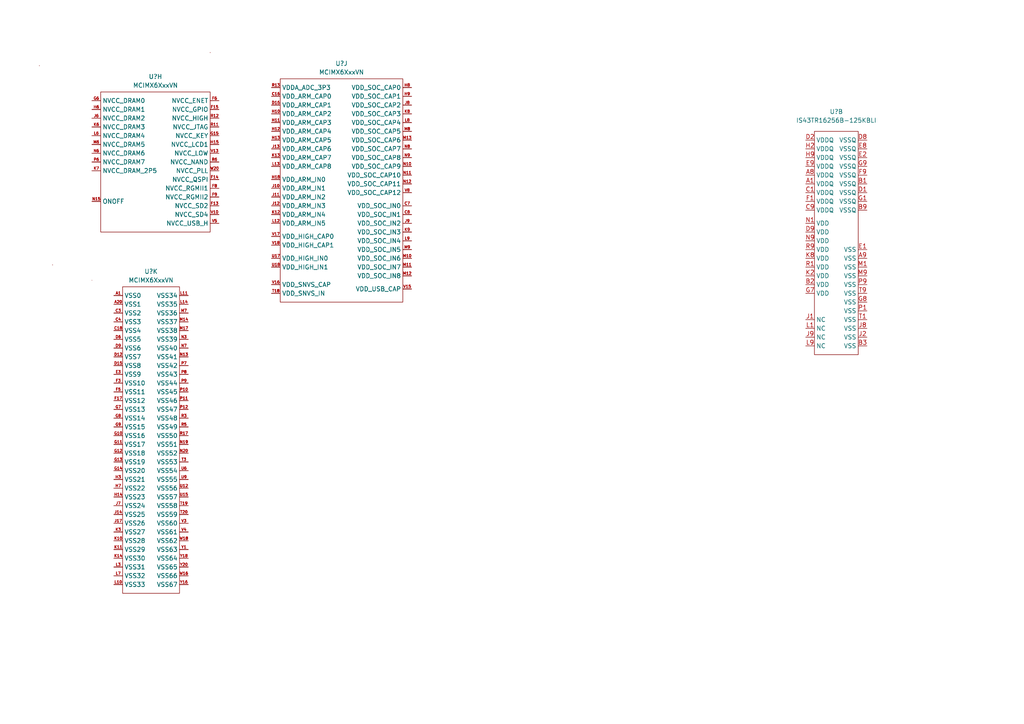
<source format=kicad_sch>
(kicad_sch (version 20211123) (generator eeschema)
  (paper "A4")
  (lib_symbols
    (symbol "zbop:IS43TR16256B-125KBLI"
      (property "Reference" "U" (at -10.16 34.29 0))
      (property "Value" "IS43TR16256B-125KBLI" (at -1.27 41.91 0))
      (symbol "IS43TR16256B-125KBLI_1_1"
        (rectangle (start -8.89 30.48) (end 8.89 -80.01))
        (pin input line (at 11.43 -35.56 180) (length 2.54) (name "DQU5") (number "A2"))
        (pin input line (at 11.43 -43.18 180) (length 2.54) (name "DQU7") (number "A3"))
        (pin input line (at 11.43 -31.75 180) (length 2.54) (name "DQU4") (number "A7"))
        (pin input line (at 11.43 1.27 180) (length 2.54) (name "DQSU#") (number "B7"))
        (pin input line (at 11.43 -39.37 180) (length 2.54) (name "DQU6") (number "B8"))
        (pin input line (at 11.43 -27.94 180) (length 2.54) (name "DQU3") (number "C2"))
        (pin input line (at 11.43 -20.32 180) (length 2.54) (name "DQU1") (number "C3"))
        (pin input line (at 11.43 -2.54 180) (length 2.54) (name "DQSU") (number "C7"))
        (pin input line (at 11.43 -24.13 180) (length 2.54) (name "DQU2") (number "C8"))
        (pin input line (at 11.43 -64.77 180) (length 2.54) (name "DMU") (number "D3"))
        (pin input line (at 11.43 -16.51 180) (length 2.54) (name "DQU0") (number "D7"))
        (pin input line (at -11.43 16.51 0) (length 2.54) (name "DQL0") (number "E3"))
        (pin input line (at 11.43 -68.58 180) (length 2.54) (name "DML") (number "E7"))
        (pin input line (at -11.43 8.89 0) (length 2.54) (name "DQL2") (number "F2"))
        (pin input line (at 11.43 -6.35 180) (length 2.54) (name "DQSL") (number "F3"))
        (pin input line (at -11.43 12.7 0) (length 2.54) (name "DQL1") (number "F7"))
        (pin input line (at -11.43 5.08 0) (length 2.54) (name "DQL3") (number "F8"))
        (pin input line (at -11.43 -6.35 0) (length 2.54) (name "DQL6") (number "G2"))
        (pin input line (at 11.43 -10.16 180) (length 2.54) (name "DQSL#") (number "G3"))
        (pin input line (at 11.43 6.35 180) (length 2.54) (name "VREFDQ") (number "H1"))
        (pin input line (at -11.43 1.27 0) (length 2.54) (name "DQL4") (number "H4"))
        (pin input line (at -11.43 -10.16 0) (length 2.54) (name "DQL7") (number "H7"))
        (pin input line (at -11.43 -2.54 0) (length 2.54) (name "DQL5") (number "H8"))
        (pin input line (at 11.43 24.13 180) (length 2.54) (name "RAS#") (number "J3"))
        (pin input line (at 11.43 -57.15 180) (length 2.54) (name "CK") (number "J7"))
        (pin input line (at 11.43 -77.47 180) (length 2.54) (name "ODT") (number "K1"))
        (pin input line (at 11.43 20.32 180) (length 2.54) (name "CAS#") (number "K3"))
        (pin input line (at 11.43 -60.96 180) (length 2.54) (name "CK#") (number "K7"))
        (pin input line (at 11.43 -53.34 180) (length 2.54) (name "CKE") (number "K9"))
        (pin input line (at 11.43 27.94 180) (length 2.54) (name "CS#") (number "L2"))
        (pin input line (at 11.43 16.51 180) (length 2.54) (name "WE#") (number "L3"))
        (pin input line (at -11.43 -58.42 0) (length 2.54) (name "A10/AP") (number "L7"))
        (pin input line (at 11.43 -73.66 180) (length 2.54) (name "ZQ") (number "L8"))
        (pin input line (at -11.43 27.94 0) (length 2.54) (name "BA0") (number "M2"))
        (pin input line (at -11.43 22.86 0) (length 2.54) (name "BA2") (number "M3"))
        (pin input line (at -11.43 -77.47 0) (length 2.54) (name "NC(A15)") (number "M7"))
        (pin input line (at 11.43 10.16 180) (length 2.54) (name "VREFCA") (number "M8"))
        (pin input line (at -11.43 -31.75 0) (length 2.54) (name "A3") (number "N2"))
        (pin input line (at -11.43 -20.32 0) (length 2.54) (name "A0") (number "N3"))
        (pin input line (at -11.43 -66.04 0) (length 2.54) (name "A12/BC#") (number "N7"))
        (pin input line (at -11.43 25.4 0) (length 2.54) (name "BA1") (number "N8"))
        (pin input line (at -11.43 -39.37 0) (length 2.54) (name "A5") (number "P2"))
        (pin input line (at -11.43 -27.94 0) (length 2.54) (name "A2") (number "P3"))
        (pin input line (at -11.43 -24.13 0) (length 2.54) (name "A1") (number "P7"))
        (pin input line (at -11.43 -35.56 0) (length 2.54) (name "A4") (number "P8"))
        (pin input line (at -11.43 -46.99 0) (length 2.54) (name "A7") (number "R2"))
        (pin input line (at -11.43 -54.61 0) (length 2.54) (name "A9") (number "R3"))
        (pin input line (at -11.43 -62.23 0) (length 2.54) (name "A11") (number "R7"))
        (pin input line (at -11.43 -43.18 0) (length 2.54) (name "A6") (number "R8"))
        (pin input line (at 11.43 -48.26 180) (length 2.54) (name "RESET#") (number "T2"))
        (pin input line (at -11.43 -69.85 0) (length 2.54) (name "A13") (number "T3"))
        (pin input line (at -11.43 -73.66 0) (length 2.54) (name "A14") (number "T7"))
        (pin input line (at -11.43 -50.8 0) (length 2.54) (name "A8") (number "T8"))
      )
      (symbol "IS43TR16256B-125KBLI_2_1"
        (rectangle (start -7.62 27.94) (end 5.08 -36.83))
        (pin input line (at -10.16 12.7 0) (length 2.54) (name "VDDQ") (number "A1"))
        (pin input line (at -10.16 15.24 0) (length 2.54) (name "VDDQ") (number "A8"))
        (pin input line (at 7.62 -8.89 180) (length 2.54) (name "VSS") (number "A9"))
        (pin input line (at 7.62 12.7 180) (length 2.54) (name "VSSQ") (number "B1"))
        (pin input line (at -10.16 -16.51 0) (length 2.54) (name "VDD") (number "B2"))
        (pin input line (at 7.62 -34.29 180) (length 2.54) (name "VSS") (number "B3"))
        (pin input line (at 7.62 5.08 180) (length 2.54) (name "VSSQ") (number "B9"))
        (pin input line (at -10.16 10.16 0) (length 2.54) (name "VDDQ") (number "C1"))
        (pin input line (at -10.16 5.08 0) (length 2.54) (name "VDDQ") (number "C9"))
        (pin input line (at 7.62 10.16 180) (length 2.54) (name "VSSQ") (number "D1"))
        (pin input line (at -10.16 25.4 0) (length 2.54) (name "VDDQ") (number "D2"))
        (pin input line (at 7.62 25.4 180) (length 2.54) (name "VSSQ") (number "D8"))
        (pin input line (at -10.16 -1.27 0) (length 2.54) (name "VDD") (number "D9"))
        (pin input line (at 7.62 -6.35 180) (length 2.54) (name "VSS") (number "E1"))
        (pin input line (at 7.62 20.32 180) (length 2.54) (name "VSSQ") (number "E2"))
        (pin input line (at 7.62 22.86 180) (length 2.54) (name "VSSQ") (number "E8"))
        (pin input line (at -10.16 17.78 0) (length 2.54) (name "VDDQ") (number "E9"))
        (pin input line (at -10.16 7.62 0) (length 2.54) (name "VDDQ") (number "F1"))
        (pin input line (at 7.62 15.24 180) (length 2.54) (name "VSSQ") (number "F9"))
        (pin input line (at 7.62 7.62 180) (length 2.54) (name "VSSQ") (number "G1"))
        (pin input line (at -10.16 -19.05 0) (length 2.54) (name "VDD") (number "G7"))
        (pin input line (at 7.62 -21.59 180) (length 2.54) (name "VSS") (number "G8"))
        (pin input line (at 7.62 17.78 180) (length 2.54) (name "VSSQ") (number "G9"))
        (pin input line (at -10.16 22.86 0) (length 2.54) (name "VDDQ") (number "H2"))
        (pin input line (at -10.16 20.32 0) (length 2.54) (name "VDDQ") (number "H9"))
        (pin input line (at -10.16 -26.67 0) (length 2.54) (name "NC") (number "J1"))
        (pin input line (at 7.62 -31.75 180) (length 2.54) (name "VSS") (number "J2"))
        (pin input line (at 7.62 -29.21 180) (length 2.54) (name "VSS") (number "J8"))
        (pin input line (at -10.16 -31.75 0) (length 2.54) (name "NC") (number "J9"))
        (pin input line (at -10.16 -13.97 0) (length 2.54) (name "VDD") (number "K2"))
        (pin input line (at -10.16 -8.89 0) (length 2.54) (name "VDD") (number "K8"))
        (pin input line (at -10.16 -29.21 0) (length 2.54) (name "NC") (number "L1"))
        (pin input line (at -10.16 -34.29 0) (length 2.54) (name "NC") (number "L9"))
        (pin input line (at 7.62 -11.43 180) (length 2.54) (name "VSS") (number "M1"))
        (pin input line (at 7.62 -13.97 180) (length 2.54) (name "VSS") (number "M9"))
        (pin input line (at -10.16 1.27 0) (length 2.54) (name "VDD") (number "N1"))
        (pin input line (at -10.16 -3.81 0) (length 2.54) (name "VDD") (number "N9"))
        (pin input line (at 7.62 -24.13 180) (length 2.54) (name "VSS") (number "P1"))
        (pin input line (at 7.62 -16.51 180) (length 2.54) (name "VSS") (number "P9"))
        (pin input line (at -10.16 -11.43 0) (length 2.54) (name "VDD") (number "R1"))
        (pin input line (at -10.16 -6.35 0) (length 2.54) (name "VDD") (number "R9"))
        (pin input line (at 7.62 -26.67 180) (length 2.54) (name "VSS") (number "T1"))
        (pin input line (at 7.62 -19.05 180) (length 2.54) (name "VSS") (number "T9"))
      )
    )
    (symbol "zbop:MCIMX6XxxVN"
      (property "Reference" "U" (at 0 0 0))
      (property "Value" "MCIMX6XxxVN" (at 0 0 0))
      (symbol "MCIMX6XxxVN_0_1"
        (rectangle (start -17.78 6.35) (end -17.78 6.35))
        (arc (start -17.78 6.35) (mid -17.78 6.35) (end -17.78 6.35))
        (polyline (pts (xy -17.78 6.35) (xy -17.78 6.35)))
        (polyline (pts (xy -17.78 6.35) (xy -17.78 6.35)))
      )
      (symbol "MCIMX6XxxVN_1_1"
        (rectangle (start -5.08 -10.16) (end 6.35 -1.27))
        (pin input line (at -7.62 -7.62 0) (length 2.54) (name "ADC1_IN1") (number "W14"))
        (pin input line (at -7.62 -3.81 0) (length 2.54) (name "ADC1_IN0") (number "Y14"))
      )
      (symbol "MCIMX6XxxVN_2_1"
        (rectangle (start -5.08 -10.16) (end 8.89 -1.27))
        (pin input line (at -7.62 -7.62 0) (length 2.54) (name "BOOT_MODE1") (number "U19"))
        (pin input line (at -7.62 -3.81 0) (length 2.54) (name "BOOT_MODE0") (number "U20"))
      )
      (symbol "MCIMX6XxxVN_3_1"
        (rectangle (start -5.08 -17.78) (end 16.51 -1.27))
        (pin input line (at -7.62 -15.24 0) (length 2.54) (name "CCM_PMIC_STBY_REQ") (number "P15"))
        (pin input line (at -7.62 -3.81 0) (length 2.54) (name "CCM_CLK1_N") (number "P16"))
        (pin input line (at -7.62 -11.43 0) (length 2.54) (name "CCM_CLK2") (number "R15"))
        (pin input line (at -7.62 -7.62 0) (length 2.54) (name "CCM_CLK1_P") (number "R16"))
      )
      (symbol "MCIMX6XxxVN_4_1"
        (rectangle (start -5.08 -8.89) (end -5.08 -8.89))
        (rectangle (start -5.08 -8.89) (end -5.08 -8.89))
        (rectangle (start -5.08 -8.89) (end -5.08 -8.89))
        (rectangle (start 0 -1.27) (end 19.05 -41.91))
        (pin input line (at -2.54 -21.59 0) (length 2.54) (name "DRAM_ADDR07") (number "F4"))
        (pin input line (at -2.54 -16.51 0) (length 2.54) (name "DRAM_ADDR05") (number "G4"))
        (pin input line (at -2.54 -11.43 0) (length 2.54) (name "DRAM_ADDR03") (number "G5"))
        (pin input line (at -2.54 -8.89 0) (length 2.54) (name "DRAM_ADDR02") (number "K5"))
        (pin input line (at -2.54 -3.81 0) (length 2.54) (name "DRAM_ADDR00") (number "L4"))
        (pin input line (at -2.54 -26.67 0) (length 2.54) (name "DRAM_ADDR09") (number "L5"))
        (pin input line (at -2.54 -13.97 0) (length 2.54) (name "DRAM_ADDR04") (number "M3"))
        (pin input line (at -2.54 -36.83 0) (length 2.54) (name "DRAM_ADDR13") (number "M4"))
        (pin input line (at -2.54 -24.13 0) (length 2.54) (name "DRAM_ADDR08") (number "M5"))
        (pin input line (at -2.54 -31.75 0) (length 2.54) (name "DRAM_ADDR11") (number "N4"))
        (pin input line (at -2.54 -29.21 0) (length 2.54) (name "DRAM_ADDR10") (number "N5"))
        (pin input line (at -2.54 -34.29 0) (length 2.54) (name "DRAM_ADDR12") (number "P4"))
        (pin input line (at -2.54 -39.37 0) (length 2.54) (name "DRAM_ADDR14") (number "R4"))
        (pin input line (at -2.54 -19.05 0) (length 2.54) (name "DRAM_ADDR06") (number "T4"))
        (pin input line (at -2.54 -6.35 0) (length 2.54) (name "DRAM_ADDR01") (number "U4"))
      )
      (symbol "MCIMX6XxxVN_5_1"
        (rectangle (start 0 -2.54) (end 34.29 -46.99))
        (pin input line (at 36.83 -26.67 180) (length 2.54) (name "DRAM_DATA24") (number "A2"))
        (pin input line (at 36.83 -44.45 180) (length 2.54) (name "DRAM_DATA31") (number "A4"))
        (pin input line (at 36.83 -39.37 180) (length 2.54) (name "DRAM_DATA29") (number "B3"))
        (pin input line (at 36.83 -41.91 180) (length 2.54) (name "DRAM_DATA30") (number "B4"))
        (pin input line (at 36.83 -31.75 180) (length 2.54) (name "DRAM_DATA26") (number "C1"))
        (pin input line (at 36.83 -36.83 180) (length 2.54) (name "DRAM_DATA28") (number "C2"))
        (pin input line (at 36.83 -29.21 180) (length 2.54) (name "DRAM_DATA25") (number "D1"))
        (pin input line (at 36.83 -34.29 180) (length 2.54) (name "DRAM_DATA27") (number "D2"))
        (pin input line (at -2.54 -44.45 0) (length 2.54) (name "DRAM_DATA15") (number "E1"))
        (pin input line (at -2.54 -41.91 0) (length 2.54) (name "DRAM_DATA14") (number "E2"))
        (pin input line (at -2.54 -39.37 0) (length 2.54) (name "DRAM_DATA13") (number "F1"))
        (pin input line (at -2.54 -29.21 0) (length 2.54) (name "DRAM_DATA09") (number "F2"))
        (pin input line (at -2.54 -26.67 0) (length 2.54) (name "DRAM_DATA08") (number "H1"))
        (pin input line (at -2.54 -36.83 0) (length 2.54) (name "DRAM_DATA12") (number "J1"))
        (pin input line (at -2.54 -34.29 0) (length 2.54) (name "DRAM_DATA11") (number "J2"))
        (pin input line (at -2.54 -31.75 0) (length 2.54) (name "DRAM_DATA10") (number "K2"))
        (pin input line (at -2.54 -20.32 0) (length 2.54) (name "DRAM_DATA06") (number "L2"))
        (pin input line (at -2.54 -15.24 0) (length 2.54) (name "DRAM_DATA04") (number "M1"))
        (pin input line (at -2.54 -17.78 0) (length 2.54) (name "DRAM_DATA05") (number "M2"))
        (pin input line (at -2.54 -22.86 0) (length 2.54) (name "DRAM_DATA07") (number "N1"))
        (pin input line (at -2.54 -5.08 0) (length 2.54) (name "DRAM_DATA00") (number "R1"))
        (pin input line (at -2.54 -12.7 0) (length 2.54) (name "DRAM_DATA03") (number "R2"))
        (pin input line (at -2.54 -10.16 0) (length 2.54) (name "DRAM_DATA02") (number "T1"))
        (pin input line (at -2.54 -7.62 0) (length 2.54) (name "DRAM_DATA01") (number "T2"))
        (pin input line (at 36.83 -20.32 180) (length 2.54) (name "DRAM_DATA22") (number "U1"))
        (pin input line (at 36.83 -12.7 180) (length 2.54) (name "DRAM_DATA19") (number "U2"))
        (pin input line (at 36.83 -5.08 180) (length 2.54) (name "DRAM_DATA16") (number "V1"))
        (pin input line (at 36.83 -22.86 180) (length 2.54) (name "DRAM_DATA23") (number "V2"))
        (pin input line (at 36.83 -15.24 180) (length 2.54) (name "DRAM_DATA20") (number "W3"))
        (pin input line (at 36.83 -7.62 180) (length 2.54) (name "DRAM_DATA17") (number "W4"))
        (pin input line (at 36.83 -17.78 180) (length 2.54) (name "DRAM_DATA21") (number "Y2"))
        (pin input line (at 36.83 -10.16 180) (length 2.54) (name "DRAM_DATA18") (number "Y4"))
      )
      (symbol "MCIMX6XxxVN_6_1"
        (rectangle (start 0 -2.54) (end 38.1 -52.07))
        (polyline (pts (xy 39.37 -54.61) (xy 39.37 -54.61)))
        (pin input line (at -2.54 -21.59 0) (length 2.54) (name "DRAM_DQM3") (number "A3"))
        (pin input line (at 40.64 -33.02 180) (length 2.54) (name "DRAM_SDQS3_P") (number "B1"))
        (pin input line (at 40.64 -30.48 180) (length 2.54) (name "DRAM_SDQS3_N") (number "B2"))
        (pin input line (at 40.64 -46.99 180) (length 2.54) (name "DRAM_ZQPAD") (number "C5"))
        (pin input line (at -2.54 -10.16 0) (length 2.54) (name "DRAM_CS1_B") (number "D3"))
        (pin input line (at -2.54 -33.02 0) (length 2.54) (name "DRAM_RESET") (number "D4"))
        (pin input line (at -2.54 -48.26 0) (length 2.54) (name "DRAM_SDCKE1") (number "E4"))
        (pin input line (at 40.64 -20.32 180) (length 2.54) (name "DRAM_SDQS1_P") (number "G1"))
        (pin input line (at -2.54 -16.51 0) (length 2.54) (name "DRAM_DQM1") (number "G2"))
        (pin input line (at -2.54 -36.83 0) (length 2.54) (name "DRAM_SDBA0") (number "G3"))
        (pin input line (at 40.64 -17.78 180) (length 2.54) (name "DRAM_SDQS1_N") (number "H2"))
        (pin input line (at -2.54 -7.62 0) (length 2.54) (name "DRAM_CS0_B") (number "H4"))
        (pin input line (at -2.54 -29.21 0) (length 2.54) (name "DRAM_RAS_B") (number "H5"))
        (pin input line (at 40.64 -43.18 180) (length 2.54) (name "DRAM_VREF") (number "J3"))
        (pin input line (at -2.54 -5.08 0) (length 2.54) (name "DRAM_CAS_B") (number "J4"))
        (pin input line (at 40.64 -39.37 180) (length 2.54) (name "DRAM_SDWE_B") (number "J5"))
        (pin input line (at 40.64 -7.62 180) (length 2.54) (name "DRAM_SDCLK0_P") (number "K1"))
        (pin input line (at -2.54 -41.91 0) (length 2.54) (name "DRAM_SDBA2") (number "K4"))
        (pin input line (at 40.64 -5.08 180) (length 2.54) (name "DRAM_SDCLK0_N") (number "L1"))
        (pin input line (at -2.54 -13.97 0) (length 2.54) (name "DRAM_DQM0") (number "N2"))
        (pin input line (at 40.64 -13.97 180) (length 2.54) (name "DRAM_SDQS0_P") (number "P1"))
        (pin input line (at 40.64 -11.43 180) (length 2.54) (name "DRAM_SDQS0_N") (number "P2"))
        (pin input line (at -2.54 -39.37 0) (length 2.54) (name "DRAM_SDBA1") (number "P3"))
        (pin input line (at -2.54 -45.72 0) (length 2.54) (name "DRAM_SDCKE0") (number "P5"))
        (pin input line (at -2.54 -25.4 0) (length 2.54) (name "DRAM_ODT0") (number "U3"))
        (pin input line (at 40.64 -24.13 180) (length 2.54) (name "DRAM_SDQS2_N") (number "W1"))
        (pin input line (at 40.64 -26.67 180) (length 2.54) (name "DRAM_SDQS2_P") (number "W2"))
        (pin input line (at -2.54 -19.05 0) (length 2.54) (name "DRAM_DQM2") (number "Y3"))
      )
      (symbol "MCIMX6XxxVN_7_1"
        (rectangle (start -6.35 -34.29) (end -6.35 -34.29))
        (rectangle (start -6.35 -34.29) (end -6.35 -34.29))
        (rectangle (start -6.35 -34.29) (end -6.35 -34.29))
        (rectangle (start -6.35 -34.29) (end -6.35 -34.29))
        (rectangle (start 0 -1.27) (end 15.24 -24.13))
        (pin input line (at -2.54 -21.59 0) (length 2.54) (name "NGND_KEL0") (number "P13"))
        (pin input line (at -2.54 -8.89 0) (length 2.54) (name "JTAG_TDI") (number "R10"))
        (pin input line (at -2.54 -3.81 0) (length 2.54) (name "JTAG_MOD") (number "R7"))
        (pin input line (at -2.54 -11.43 0) (length 2.54) (name "JTAG_TDO") (number "R8"))
        (pin input line (at -2.54 -6.35 0) (length 2.54) (name "JTAG_TCK") (number "R9"))
        (pin input line (at -2.54 -13.97 0) (length 2.54) (name "JTAG_TMS") (number "T10"))
        (pin input line (at -2.54 -16.51 0) (length 2.54) (name "JTAG_TRST_B") (number "T9"))
      )
      (symbol "MCIMX6XxxVN_8_1"
        (rectangle (start -2.54 -55.88) (end -2.54 -55.88))
        (rectangle (start 0 -1.27) (end 31.75 -41.91))
        (pin input line (at 34.29 -34.29 180) (length 2.54) (name "NVCC_SD2") (number "F13"))
        (pin input line (at 34.29 -26.67 180) (length 2.54) (name "NVCC_QSPI") (number "F14"))
        (pin input line (at 34.29 -6.35 180) (length 2.54) (name "NVCC_GPIO") (number "F15"))
        (pin input line (at 34.29 -3.81 180) (length 2.54) (name "NVCC_ENET") (number "F6"))
        (pin input line (at 34.29 -29.21 180) (length 2.54) (name "NVCC_RGMII1") (number "F8"))
        (pin input line (at 34.29 -31.75 180) (length 2.54) (name "NVCC_RGMII2") (number "F9"))
        (pin input line (at 34.29 -13.97 180) (length 2.54) (name "NVCC_KEY") (number "G15"))
        (pin input line (at -2.54 -3.81 0) (length 2.54) (name "NVCC_DRAM0") (number "G6"))
        (pin input line (at 34.29 -16.51 180) (length 2.54) (name "NVCC_LCD1") (number "H15"))
        (pin input line (at -2.54 -6.35 0) (length 2.54) (name "NVCC_DRAM1") (number "H6"))
        (pin input line (at -2.54 -8.89 0) (length 2.54) (name "NVCC_DRAM2") (number "J6"))
        (pin input line (at -2.54 -11.43 0) (length 2.54) (name "NVCC_DRAM3") (number "K6"))
        (pin input line (at -2.54 -24.13 0) (length 2.54) (name "NVCC_DRAM_2P5") (number "K7"))
        (pin input line (at -2.54 -13.97 0) (length 2.54) (name "NVCC_DRAM4") (number "L6"))
        (pin input line (at -2.54 -16.51 0) (length 2.54) (name "NVCC_DRAM5") (number "M6"))
        (pin input line (at -2.54 -33.02 0) (length 2.54) (name "ONOFF") (number "N15"))
        (pin input line (at -2.54 -19.05 0) (length 2.54) (name "NVCC_DRAM6") (number "N6"))
        (pin input line (at -2.54 -21.59 0) (length 2.54) (name "NVCC_DRAM7") (number "P6"))
        (pin input line (at 34.29 -11.43 180) (length 2.54) (name "NVCC_JTAG") (number "R11"))
        (pin input line (at 34.29 -8.89 180) (length 2.54) (name "NVCC_HIGH") (number "R12"))
        (pin input line (at 34.29 -21.59 180) (length 2.54) (name "NVCC_NAND") (number "R6"))
        (pin input line (at 34.29 -36.83 180) (length 2.54) (name "NVCC_SD4") (number "V10"))
        (pin input line (at 34.29 -19.05 180) (length 2.54) (name "NVCC_LOW") (number "V13"))
        (pin input line (at 34.29 -39.37 180) (length 2.54) (name "NVCC_USB_H") (number "V5"))
        (pin input line (at 34.29 -24.13 180) (length 2.54) (name "NVCC_PLL") (number "W20"))
      )
      (symbol "MCIMX6XxxVN_9_1"
        (rectangle (start 0 -13.97) (end 0 -13.97))
        (rectangle (start 0 -2.54) (end 30.48 -38.1))
        (pin input line (at -2.54 -33.02 0) (length 2.54) (name "SNVS_PMIC_RE") (number "N16"))
        (pin input line (at -2.54 -5.08 0) (length 2.54) (name "PCIE_REXT") (number "N18"))
        (pin input line (at -2.54 -25.4 0) (length 2.54) (name "POR_B") (number "P14"))
        (pin input line (at -2.54 -20.32 0) (length 2.54) (name "PCIE_VPTX") (number "P17"))
        (pin input line (at -2.54 -15.24 0) (length 2.54) (name "PCIE_VP") (number "P18"))
        (pin input line (at -2.54 -7.62 0) (length 2.54) (name "PCIE_RX_N") (number "P19"))
        (pin input line (at -2.54 -10.16 0) (length 2.54) (name "PCIE_RX_P") (number "P20"))
        (pin input line (at -2.54 -35.56 0) (length 2.54) (name "SNVS_TAMPER") (number "R14"))
        (pin input line (at -2.54 -17.78 0) (length 2.54) (name "PCIE_VPH") (number "R18"))
        (pin input line (at -2.54 -12.7 0) (length 2.54) (name "PCIE_TX_N") (number "R19"))
        (pin input line (at 33.02 -20.32 180) (length 2.54) (name "USB_OTG2_VBUS") (number "T15"))
        (pin input line (at 33.02 -12.7 180) (length 2.54) (name "USB_OTG1_VBUS") (number "T16"))
        (pin input line (at 33.02 -5.08 180) (length 2.54) (name "USB_OTG1_CHD_B") (number "T17"))
        (pin input line (at 33.02 -15.24 180) (length 2.54) (name "USB_OTG2_DN") (number "W15"))
        (pin input line (at 33.02 -7.62 180) (length 2.54) (name "USB_OTG1_DN") (number "W17"))
        (pin input line (at -2.54 -27.94 0) (length 2.54) (name "RTC_XTALI") (number "W19"))
        (pin input line (at 33.02 -17.78 180) (length 2.54) (name "USB_OTG2_DP") (number "Y15"))
        (pin input line (at 33.02 -10.16 180) (length 2.54) (name "USB_OTG1_DP") (number "Y17"))
        (pin input line (at -2.54 -30.48 0) (length 2.54) (name "RTC_XTALO") (number "Y19"))
      )
      (symbol "MCIMX6XxxVN_10_1"
        (polyline (pts (xy -1.27 -121.92) (xy -1.27 -121.92)))
        (polyline (pts (xy -1.27 -121.92) (xy -1.27 -121.92)))
        (rectangle (start 2.54 -1.27) (end 38.1 -66.04))
        (pin input line (at 0 -6.35 0) (length 2.54) (name "VDD_ARM_CAP0") (number "C16"))
        (pin input line (at 40.64 -38.1 180) (length 2.54) (name "VDD_SOC_IN0") (number "C7"))
        (pin input line (at 40.64 -40.64 180) (length 2.54) (name "VDD_SOC_IN1") (number "C8"))
        (pin input line (at 0 -8.89 0) (length 2.54) (name "VDD_ARM_CAP1") (number "D16"))
        (pin input line (at 0 -11.43 0) (length 2.54) (name "VDD_ARM_CAP2") (number "H10"))
        (pin input line (at 0 -13.97 0) (length 2.54) (name "VDD_ARM_CAP3") (number "H11"))
        (pin input line (at 0 -16.51 0) (length 2.54) (name "VDD_ARM_CAP4") (number "H12"))
        (pin input line (at 0 -19.05 0) (length 2.54) (name "VDD_ARM_CAP5") (number "H13"))
        (pin input line (at 0 -30.48 0) (length 2.54) (name "VDD_ARM_IN0") (number "H18"))
        (pin input line (at 40.64 -3.81 180) (length 2.54) (name "VDD_SOC_CAP0") (number "H8"))
        (pin input line (at 40.64 -6.35 180) (length 2.54) (name "VDD_SOC_CAP1") (number "H9"))
        (pin input line (at 0 -33.02 0) (length 2.54) (name "VDD_ARM_IN1") (number "J10"))
        (pin input line (at 0 -35.56 0) (length 2.54) (name "VDD_ARM_IN2") (number "J11"))
        (pin input line (at 0 -38.1 0) (length 2.54) (name "VDD_ARM_IN3") (number "J12"))
        (pin input line (at 0 -21.59 0) (length 2.54) (name "VDD_ARM_CAP6") (number "J13"))
        (pin input line (at 40.64 -8.89 180) (length 2.54) (name "VDD_SOC_CAP2") (number "J8"))
        (pin input line (at 40.64 -43.18 180) (length 2.54) (name "VDD_SOC_IN2") (number "J9"))
        (pin input line (at 0 -40.64 0) (length 2.54) (name "VDD_ARM_IN4") (number "K12"))
        (pin input line (at 0 -24.13 0) (length 2.54) (name "VDD_ARM_CAP7") (number "K13"))
        (pin input line (at 40.64 -11.43 180) (length 2.54) (name "VDD_SOC_CAP3") (number "K8"))
        (pin input line (at 40.64 -45.72 180) (length 2.54) (name "VDD_SOC_IN3") (number "K9"))
        (pin input line (at 0 -43.18 0) (length 2.54) (name "VDD_ARM_IN5") (number "L12"))
        (pin input line (at 0 -26.67 0) (length 2.54) (name "VDD_ARM_CAP8") (number "L13"))
        (pin input line (at 40.64 -13.97 180) (length 2.54) (name "VDD_SOC_CAP4") (number "L8"))
        (pin input line (at 40.64 -48.26 180) (length 2.54) (name "VDD_SOC_IN4") (number "L9"))
        (pin input line (at 40.64 -53.34 180) (length 2.54) (name "VDD_SOC_IN6") (number "M10"))
        (pin input line (at 40.64 -55.88 180) (length 2.54) (name "VDD_SOC_IN7") (number "M11"))
        (pin input line (at 40.64 -58.42 180) (length 2.54) (name "VDD_SOC_IN8") (number "M12"))
        (pin input line (at 40.64 -19.05 180) (length 2.54) (name "VDD_SOC_CAP6") (number "M13"))
        (pin input line (at 40.64 -16.51 180) (length 2.54) (name "VDD_SOC_CAP5") (number "M8"))
        (pin input line (at 40.64 -50.8 180) (length 2.54) (name "VDD_SOC_IN5") (number "M9"))
        (pin input line (at 40.64 -26.67 180) (length 2.54) (name "VDD_SOC_CAP9") (number "N10"))
        (pin input line (at 40.64 -29.21 180) (length 2.54) (name "VDD_SOC_CAP10") (number "N11"))
        (pin input line (at 40.64 -31.75 180) (length 2.54) (name "VDD_SOC_CAP11") (number "N12"))
        (pin input line (at 40.64 -21.59 180) (length 2.54) (name "VDD_SOC_CAP7") (number "N8"))
        (pin input line (at 40.64 -24.13 180) (length 2.54) (name "VDD_SOC_CAP8") (number "N9"))
        (pin input line (at 0 -3.81 0) (length 2.54) (name "VDDA_ADC_3P3") (number "R13"))
        (pin input line (at 0 -63.5 0) (length 2.54) (name "VDD_SNVS_IN") (number "T18"))
        (pin input line (at 0 -53.34 0) (length 2.54) (name "VDD_HIGH_IN0") (number "U17"))
        (pin input line (at 0 -55.88 0) (length 2.54) (name "VDD_HIGH_IN1") (number "U18"))
        (pin input line (at 40.64 -62.23 180) (length 2.54) (name "VDD_USB_CAP") (number "V15"))
        (pin input line (at 0 -60.96 0) (length 2.54) (name "VDD_SNVS_CAP") (number "V16"))
        (pin input line (at 0 -46.99 0) (length 2.54) (name "VDD_HIGH_CAP0") (number "V17"))
        (pin input line (at 0 -49.53 0) (length 2.54) (name "VDD_HIGH_CAP1") (number "V18"))
        (pin input line (at 40.64 -34.29 180) (length 2.54) (name "VDD_SOC_CAP12") (number "V8"))
      )
      (symbol "MCIMX6XxxVN_11_1"
        (rectangle (start 19.05 0) (end 2.54 -88.9))
        (pin input line (at 0 -2.54 0) (length 2.54) (name "VSS0") (number "A1"))
        (pin input line (at 0 -5.08 0) (length 2.54) (name "VSS1") (number "A20"))
        (pin input line (at 0 -12.7 0) (length 2.54) (name "VSS4") (number "C18"))
        (pin input line (at 0 -7.62 0) (length 2.54) (name "VSS2") (number "C3"))
        (pin input line (at 0 -10.16 0) (length 2.54) (name "VSS3") (number "C4"))
        (pin input line (at 0 -20.32 0) (length 2.54) (name "VSS7") (number "D12"))
        (pin input line (at 0 -22.86 0) (length 2.54) (name "VSS8") (number "D15"))
        (pin input line (at 0 -15.24 0) (length 2.54) (name "VSS5") (number "D6"))
        (pin input line (at 0 -17.78 0) (length 2.54) (name "VSS6") (number "D9"))
        (pin input line (at 0 -25.4 0) (length 2.54) (name "VSS9") (number "E3"))
        (pin input line (at 0 -33.02 0) (length 2.54) (name "VSS12") (number "F17"))
        (pin input line (at 0 -27.94 0) (length 2.54) (name "VSS10") (number "F3"))
        (pin input line (at 0 -30.48 0) (length 2.54) (name "VSS11") (number "F5"))
        (pin input line (at 0 -43.18 0) (length 2.54) (name "VSS16") (number "G10"))
        (pin input line (at 0 -45.72 0) (length 2.54) (name "VSS17") (number "G11"))
        (pin input line (at 0 -48.26 0) (length 2.54) (name "VSS18") (number "G12"))
        (pin input line (at 0 -50.8 0) (length 2.54) (name "VSS19") (number "G13"))
        (pin input line (at 0 -53.34 0) (length 2.54) (name "VSS20") (number "G14"))
        (pin input line (at 0 -35.56 0) (length 2.54) (name "VSS13") (number "G7"))
        (pin input line (at 0 -38.1 0) (length 2.54) (name "VSS14") (number "G8"))
        (pin input line (at 0 -40.64 0) (length 2.54) (name "VSS15") (number "G9"))
        (pin input line (at 0 -60.96 0) (length 2.54) (name "VSS23") (number "H14"))
        (pin input line (at 0 -55.88 0) (length 2.54) (name "VSS21") (number "H3"))
        (pin input line (at 0 -58.42 0) (length 2.54) (name "VSS22") (number "H7"))
        (pin input line (at 0 -66.04 0) (length 2.54) (name "VSS25") (number "J14"))
        (pin input line (at 0 -68.58 0) (length 2.54) (name "VSS26") (number "J17"))
        (pin input line (at 0 -63.5 0) (length 2.54) (name "VSS24") (number "J7"))
        (pin input line (at 0 -73.66 0) (length 2.54) (name "VSS28") (number "K10"))
        (pin input line (at 0 -76.2 0) (length 2.54) (name "VSS29") (number "K11"))
        (pin input line (at 0 -78.74 0) (length 2.54) (name "VSS30") (number "K14"))
        (pin input line (at 0 -71.12 0) (length 2.54) (name "VSS27") (number "K3"))
        (pin input line (at 0 -86.36 0) (length 2.54) (name "VSS33") (number "L10"))
        (pin input line (at 21.59 -2.54 180) (length 2.54) (name "VSS34") (number "L11"))
        (pin input line (at 21.59 -5.08 180) (length 2.54) (name "VSS35") (number "L14"))
        (pin input line (at 0 -81.28 0) (length 2.54) (name "VSS31") (number "L3"))
        (pin input line (at 0 -83.82 0) (length 2.54) (name "VSS32") (number "L7"))
        (pin input line (at 21.59 -10.16 180) (length 2.54) (name "VSS37") (number "M14"))
        (pin input line (at 21.59 -12.7 180) (length 2.54) (name "VSS38") (number "M17"))
        (pin input line (at 21.59 -7.62 180) (length 2.54) (name "VSS36") (number "M7"))
        (pin input line (at 21.59 -20.32 180) (length 2.54) (name "VSS41") (number "N13"))
        (pin input line (at 21.59 -45.72 180) (length 2.54) (name "VSS51") (number "N19"))
        (pin input line (at 21.59 -48.26 180) (length 2.54) (name "VSS52") (number "N20"))
        (pin input line (at 21.59 -15.24 180) (length 2.54) (name "VSS39") (number "N3"))
        (pin input line (at 21.59 -17.78 180) (length 2.54) (name "VSS40") (number "N7"))
        (pin input line (at 21.59 -30.48 180) (length 2.54) (name "VSS45") (number "P10"))
        (pin input line (at 21.59 -33.02 180) (length 2.54) (name "VSS46") (number "P11"))
        (pin input line (at 21.59 -35.56 180) (length 2.54) (name "VSS47") (number "P12"))
        (pin input line (at 21.59 -22.86 180) (length 2.54) (name "VSS42") (number "P7"))
        (pin input line (at 21.59 -25.4 180) (length 2.54) (name "VSS43") (number "P8"))
        (pin input line (at 21.59 -27.94 180) (length 2.54) (name "VSS44") (number "P9"))
        (pin input line (at 21.59 -43.18 180) (length 2.54) (name "VSS50") (number "R17"))
        (pin input line (at 21.59 -38.1 180) (length 2.54) (name "VSS48") (number "R3"))
        (pin input line (at 21.59 -40.64 180) (length 2.54) (name "VSS49") (number "R5"))
        (pin input line (at 21.59 -63.5 180) (length 2.54) (name "VSS58") (number "T19"))
        (pin input line (at 21.59 -66.04 180) (length 2.54) (name "VSS59") (number "T20"))
        (pin input line (at 21.59 -50.8 180) (length 2.54) (name "VSS53") (number "T3"))
        (pin input line (at 21.59 -58.42 180) (length 2.54) (name "VSS56") (number "U12"))
        (pin input line (at 21.59 -60.96 180) (length 2.54) (name "VSS57") (number "U15"))
        (pin input line (at 21.59 -53.34 180) (length 2.54) (name "VSS54") (number "U6"))
        (pin input line (at 21.59 -55.88 180) (length 2.54) (name "VSS55") (number "U9"))
        (pin input line (at 21.59 -68.58 180) (length 2.54) (name "VSS60") (number "V3"))
        (pin input line (at 21.59 -71.12 180) (length 2.54) (name "VSS61") (number "V4"))
        (pin input line (at 21.59 -83.82 180) (length 2.54) (name "VSS66") (number "W16"))
        (pin input line (at 21.59 -73.66 180) (length 2.54) (name "VSS62") (number "W18"))
        (pin input line (at 21.59 -76.2 180) (length 2.54) (name "VSS63") (number "Y1"))
        (pin input line (at 21.59 -86.36 180) (length 2.54) (name "VSS67") (number "Y16"))
        (pin input line (at 21.59 -78.74 180) (length 2.54) (name "VSS64") (number "Y18"))
        (pin input line (at 21.59 -81.28 180) (length 2.54) (name "VSS65") (number "Y20"))
      )
      (symbol "MCIMX6XxxVN_12_1"
        (rectangle (start -5.08 -1.27) (end 6.35 -10.16))
        (pin input line (at 8.89 -3.81 180) (length 2.54) (name "XTALI") (number "V19"))
        (pin input line (at 8.89 -7.62 180) (length 2.54) (name "XTALO") (number "V20"))
      )
      (symbol "MCIMX6XxxVN_13_1"
        (rectangle (start -7.62 -30.48) (end 8.89 -1.27))
        (pin input line (at 11.43 -13.97 180) (length 2.54) (name "ENET1_RX_CLK") (number "A5"))
        (pin input line (at 11.43 -11.43 180) (length 2.54) (name "ENET1_MDIO") (number "A6"))
        (pin input line (at 11.43 -3.81 180) (length 2.54) (name "ENET1_COL") (number "B5"))
        (pin input line (at 11.43 -8.89 180) (length 2.54) (name "ENET1_MDC") (number "B6"))
        (pin input line (at 11.43 -6.35 180) (length 2.54) (name "ENET1_CRS") (number "C6"))
        (pin input line (at 11.43 -27.94 180) (length 2.54) (name "ENET2_TX_CLK") (number "D5"))
        (pin input line (at 11.43 -25.4 180) (length 2.54) (name "ENET2_RX_CLK") (number "E5"))
        (pin input line (at 11.43 -22.86 180) (length 2.54) (name "ENET2_CRS") (number "E6"))
        (pin input line (at 11.43 -20.32 180) (length 2.54) (name "ENET2_COL") (number "E7"))
        (pin input line (at 11.43 -16.51 180) (length 2.54) (name "ENET1_TX_CLK") (number "F7"))
      )
      (symbol "MCIMX6XxxVN_14_1"
        (rectangle (start -13.97 -2.54) (end 12.7 -44.45))
        (pin input line (at -16.51 -41.91 0) (length 2.54) (name "GPIO1_IO13") (number "A16"))
        (pin input line (at -16.51 -26.67 0) (length 2.54) (name "GPIO1_IO07") (number "A17"))
        (pin input line (at -16.51 -19.05 0) (length 2.54) (name "GPIO1_IO04") (number "A18"))
        (pin input line (at -16.51 -31.75 0) (length 2.54) (name "GPIO1_IO09") (number "A19"))
        (pin input line (at -16.51 -39.37 0) (length 2.54) (name "GPIO1_IO12") (number "B16"))
        (pin input line (at -16.51 -29.21 0) (length 2.54) (name "GPIO1_IO08") (number "B17"))
        (pin input line (at -16.51 -21.59 0) (length 2.54) (name "GPIO1_IO05") (number "B18"))
        (pin input line (at -16.51 -34.29 0) (length 2.54) (name "GPIO1_IO10") (number "B19"))
        (pin input line (at -16.51 -36.83 0) (length 2.54) (name "GPIO1_IO11") (number "B20"))
        (pin input line (at -16.51 -8.89 0) (length 2.54) (name "GPIO1_IO00") (number "C19"))
        (pin input line (at -16.51 -13.97 0) (length 2.54) (name "GPIO1_IO02") (number "C20"))
        (pin input line (at -16.51 -24.13 0) (length 2.54) (name "GPIO1_IO06") (number "D18"))
        (pin input line (at -16.51 -11.43 0) (length 2.54) (name "GPIO1_IO01") (number "D19"))
        (pin input line (at -16.51 -16.51 0) (length 2.54) (name "GPIO1_IO03") (number "D20"))
        (pin input line (at 15.24 -27.94 180) (length 2.54) (name "KEY_ROW1") (number "E18"))
        (pin input line (at 15.24 -21.59 180) (length 2.54) (name "KEY_COL4") (number "E19"))
        (pin input line (at 15.24 -19.05 180) (length 2.54) (name "KEY_COL3") (number "E20"))
        (pin input line (at 15.24 -25.4 180) (length 2.54) (name "KEY_ROW0") (number "F16"))
        (pin input line (at 15.24 -30.48 180) (length 2.54) (name "KEY_ROW2") (number "F18"))
        (pin input line (at 15.24 -33.02 180) (length 2.54) (name "KEY_ROW3") (number "F19"))
        (pin input line (at 15.24 -13.97 180) (length 2.54) (name "KEY_COL1") (number "F20"))
        (pin input line (at 15.24 -16.51 180) (length 2.54) (name "KEY_COL2") (number "G18"))
        (pin input line (at 15.24 -35.56 180) (length 2.54) (name "KEY_ROW4") (number "G19"))
        (pin input line (at 15.24 -11.43 180) (length 2.54) (name "KEY_COL0") (number "G20"))
        (pin input line (at -16.51 -5.08 0) (length 2.54) (name "GPANAIO") (number "U16"))
      )
      (symbol "MCIMX6XxxVN_15_1"
        (rectangle (start 19.05 -78.74) (end 0 -1.27))
        (pin input line (at -2.54 -64.77 0) (length 2.54) (name "LCD1_DATA23") (number "G16"))
        (pin input line (at -2.54 -59.69 0) (length 2.54) (name "LCD1_DATA21") (number "G17"))
        (pin input line (at -2.54 -44.45 0) (length 2.54) (name "LCD1_DATA15") (number "H16"))
        (pin input line (at -2.54 -57.15 0) (length 2.54) (name "LCD1_DATA20") (number "H17"))
        (pin input line (at -2.54 -62.23 0) (length 2.54) (name "LCD1_DATA22") (number "H19"))
        (pin input line (at -2.54 -46.99 0) (length 2.54) (name "LCD1_DATA16") (number "H20"))
        (pin input line (at -2.54 -76.2 0) (length 2.54) (name "LCD1_VSYNC") (number "J15"))
        (pin input line (at -2.54 -71.12 0) (length 2.54) (name "LCD1_HSYNC") (number "J16"))
        (pin input line (at -2.54 -73.66 0) (length 2.54) (name "LCD1_RESET") (number "J18"))
        (pin input line (at -2.54 -68.58 0) (length 2.54) (name "LCD1_ENABLE") (number "J19"))
        (pin input line (at -2.54 -54.61 0) (length 2.54) (name "LCD1_DATA19") (number "J20"))
        (pin input line (at -2.54 -39.37 0) (length 2.54) (name "LCD1_DATA13") (number "K15"))
        (pin input line (at -2.54 -36.83 0) (length 2.54) (name "LCD1_DATA12") (number "K16"))
        (pin input line (at -2.54 -41.91 0) (length 2.54) (name "LCD1_DATA14") (number "K17"))
        (pin input line (at -2.54 -26.67 0) (length 2.54) (name "LCD1_DATA08") (number "K18"))
        (pin input line (at -2.54 -49.53 0) (length 2.54) (name "LCD1_DATA17") (number "K19"))
        (pin input line (at -2.54 -52.07 0) (length 2.54) (name "LCD1_DATA18") (number "K20"))
        (pin input line (at -2.54 -34.29 0) (length 2.54) (name "LCD1_DATA11") (number "L15"))
        (pin input line (at -2.54 -29.21 0) (length 2.54) (name "LCD1_DATA09") (number "L16"))
        (pin input line (at -2.54 -3.81 0) (length 2.54) (name "LCD1_CLK") (number "L17"))
        (pin input line (at -2.54 -8.89 0) (length 2.54) (name "LCD1_DATA01") (number "L18"))
        (pin input line (at -2.54 -31.75 0) (length 2.54) (name "LCD1_DATA10") (number "L19"))
        (pin input line (at -2.54 -24.13 0) (length 2.54) (name "LCD1_DATA07") (number "L20"))
        (pin input line (at -2.54 -21.59 0) (length 2.54) (name "LCD1_DATA06") (number "M15"))
        (pin input line (at -2.54 -19.05 0) (length 2.54) (name "LCD1_DATA05") (number "M16"))
        (pin input line (at -2.54 -13.97 0) (length 2.54) (name "LCD1_DATA03") (number "M18"))
        (pin input line (at -2.54 -11.43 0) (length 2.54) (name "LCD1_DATA02") (number "M19"))
        (pin input line (at -2.54 -6.35 0) (length 2.54) (name "LCD1_DATA00") (number "M20"))
        (pin input line (at -2.54 -16.51 0) (length 2.54) (name "LCD1_DATA04") (number "N17"))
      )
      (symbol "MCIMX6XxxVN_16_1"
        (rectangle (start -15.24 -2.54) (end 16.51 -49.53))
        (pin input line (at 19.05 -38.1 180) (length 2.54) (name "QSPI1A_DQS") (number "A13"))
        (pin input line (at 19.05 -8.89 180) (length 2.54) (name "QSPI1B_DATA1") (number "A14"))
        (pin input line (at 19.05 -24.13 180) (length 2.54) (name "QSPI1B_SS1_B") (number "A15"))
        (pin input line (at 19.05 -16.51 180) (length 2.54) (name "QSPI1B_DQS") (number "B13"))
        (pin input line (at 19.05 -6.35 180) (length 2.54) (name "QSPI1B_DATA0") (number "B14"))
        (pin input line (at 19.05 -19.05 180) (length 2.54) (name "QSPI1B_SCLK") (number "B15"))
        (pin input line (at 19.05 -13.97 180) (length 2.54) (name "QSPI1B_DATA3") (number "C13"))
        (pin input line (at 19.05 -21.59 180) (length 2.54) (name "QSPI1B_SS0_B") (number "C14"))
        (pin input line (at 19.05 -30.48 180) (length 2.54) (name "QSPI1A_DATA1") (number "C15"))
        (pin input line (at 19.05 -43.18 180) (length 2.54) (name "QSPI1A_SS0_B") (number "C17"))
        (pin input line (at 19.05 -11.43 180) (length 2.54) (name "QSPI1B_DATA2") (number "D13"))
        (pin input line (at 19.05 -33.02 180) (length 2.54) (name "QSPI1A_DATA2") (number "D14"))
        (pin input line (at 19.05 -40.64 180) (length 2.54) (name "QSPI1A_SCLK") (number "D17"))
        (pin input line (at 19.05 -27.94 180) (length 2.54) (name "QSPI1A_DATA0") (number "E15"))
        (pin input line (at 19.05 -35.56 180) (length 2.54) (name "QSPI1A_DATA3") (number "E16"))
        (pin input line (at 19.05 -45.72 180) (length 2.54) (name "QSPI1A_SS1_B") (number "E17"))
        (pin input line (at -17.78 -29.21 0) (length 2.54) (name "NAND_DATA05") (number "T5"))
        (pin input line (at -17.78 -34.29 0) (length 2.54) (name "NAND_DATA07") (number "T6"))
        (pin input line (at -17.78 -41.91 0) (length 2.54) (name "NAND_WE_B") (number "T7"))
        (pin input line (at -17.78 -13.97 0) (length 2.54) (name "NAND_CLE") (number "T8"))
        (pin input line (at -17.78 -24.13 0) (length 2.54) (name "NAND_DATA03") (number "U5"))
        (pin input line (at -17.78 -8.89 0) (length 2.54) (name "NAND_CE0_B") (number "U7"))
        (pin input line (at -17.78 -39.37 0) (length 2.54) (name "NAND_RE_B") (number "U8"))
        (pin input line (at -17.78 -16.51 0) (length 2.54) (name "NAND_DATA00") (number "V6"))
        (pin input line (at -17.78 -44.45 0) (length 2.54) (name "NAND_WP_B") (number "V7"))
        (pin input line (at -17.78 -11.43 0) (length 2.54) (name "NAND_CE1_B") (number "V9"))
        (pin input line (at -17.78 -6.35 0) (length 2.54) (name "NAND_ALE") (number "W6"))
        (pin input line (at -17.78 -26.67 0) (length 2.54) (name "NAND_DATA04") (number "W7"))
        (pin input line (at -17.78 -19.05 0) (length 2.54) (name "NAND_DATA01") (number "W8"))
        (pin input line (at -17.78 -36.83 0) (length 2.54) (name "NAND_READY_B") (number "Y6"))
        (pin input line (at -17.78 -21.59 0) (length 2.54) (name "NAND_DATA02") (number "Y7"))
        (pin input line (at -17.78 -31.75 0) (length 2.54) (name "NAND_DATA06") (number "Y8"))
      )
      (symbol "MCIMX6XxxVN_17_1"
        (rectangle (start 16.51 -35.56) (end -15.24 -2.54))
        (pin input line (at 19.05 -30.48 180) (length 2.54) (name "RGMII2_TXC") (number "A10"))
        (pin input line (at 19.05 -20.32 180) (length 2.54) (name "RGMII2_TD0") (number "A11"))
        (pin input line (at 19.05 -25.4 180) (length 2.54) (name "RGMII2_TD2") (number "A12"))
        (pin input line (at 19.05 -10.16 180) (length 2.54) (name "RGMII2_RD2") (number "A7"))
        (pin input line (at 19.05 -5.08 180) (length 2.54) (name "RGMII2_RD0") (number "A8"))
        (pin input line (at 19.05 -15.24 180) (length 2.54) (name "RGMII2_RXC") (number "A9"))
        (pin input line (at 19.05 -33.02 180) (length 2.54) (name "RGMII2_TX_CTL") (number "B10"))
        (pin input line (at 19.05 -22.86 180) (length 2.54) (name "RGMII2_TD1") (number "B11"))
        (pin input line (at 19.05 -27.94 180) (length 2.54) (name "RGMII2_TD3") (number "B12"))
        (pin input line (at 19.05 -12.7 180) (length 2.54) (name "RGMII2_RD3") (number "B7"))
        (pin input line (at 19.05 -7.62 180) (length 2.54) (name "RGMII2_RD1") (number "B8"))
        (pin input line (at 19.05 -17.78 180) (length 2.54) (name "RGMII2_RX_CTL") (number "B9"))
        (pin input line (at -17.78 -17.78 0) (length 2.54) (name "RGMII1_RX_CTL") (number "C10"))
        (pin input line (at -17.78 -30.48 0) (length 2.54) (name "RGMII1_TXC") (number "C11"))
        (pin input line (at -17.78 -22.86 0) (length 2.54) (name "RGMII1_TD1") (number "C12"))
        (pin input line (at -17.78 -7.62 0) (length 2.54) (name "RGMII1_RD1") (number "C9"))
        (pin input line (at -17.78 -27.94 0) (length 2.54) (name "RGMII1_TD3") (number "D10"))
        (pin input line (at -17.78 -20.32 0) (length 2.54) (name "RGMII1_TD0") (number "D11"))
        (pin input line (at -17.78 -10.16 0) (length 2.54) (name "RGMII1_RD2") (number "D7"))
        (pin input line (at -17.78 -5.08 0) (length 2.54) (name "RGMII1_RD0") (number "D8"))
        (pin input line (at -17.78 -33.02 0) (length 2.54) (name "RGMII1_TX_CTL") (number "E10"))
        (pin input line (at -17.78 -25.4 0) (length 2.54) (name "RGMII1_TD2") (number "E11"))
        (pin input line (at -17.78 -12.7 0) (length 2.54) (name "RGMII1_RD3") (number "E8"))
        (pin input line (at -17.78 -15.24 0) (length 2.54) (name "RGMII1_RXC") (number "E9"))
      )
      (symbol "MCIMX6XxxVN_18_1"
        (rectangle (start -12.7 -1.27) (end 15.24 -48.26))
        (pin input line (at -15.24 -5.08 0) (length 2.54) (name "SD2_CLK") (number "E12"))
        (pin input line (at -15.24 -10.16 0) (length 2.54) (name "SD2_DATA0") (number "E13"))
        (pin input line (at -15.24 -12.7 0) (length 2.54) (name "SD2_DATA1") (number "E14"))
        (pin input line (at -15.24 -15.24 0) (length 2.54) (name "SD2_DATA2") (number "F10"))
        (pin input line (at -15.24 -17.78 0) (length 2.54) (name "SD2_DATA3") (number "F11"))
        (pin input line (at -15.24 -7.62 0) (length 2.54) (name "SD2_CMD") (number "F12"))
        (pin input line (at -15.24 -29.21 0) (length 2.54) (name "SD3_DATA1") (number "T11"))
        (pin input line (at 17.78 -36.83 180) (length 2.54) (name "SD4_RESET_B") (number "T12"))
        (pin input line (at -15.24 -24.13 0) (length 2.54) (name "SD3_CMD") (number "T13"))
        (pin input line (at -15.24 -36.83 0) (length 2.54) (name "SD3_DATA4") (number "T14"))
        (pin input line (at -15.24 -26.67 0) (length 2.54) (name "SD3_DATA0") (number "U10"))
        (pin input line (at -15.24 -44.45 0) (length 2.54) (name "SD3_DATA7") (number "U11"))
        (pin input line (at -15.24 -39.37 0) (length 2.54) (name "SD3_DATA5") (number "U13"))
        (pin input line (at -15.24 -31.75 0) (length 2.54) (name "SD3_DATA2") (number "U14"))
        (pin input line (at -15.24 -21.59 0) (length 2.54) (name "SD3_CLK") (number "V11"))
        (pin input line (at -15.24 -41.91 0) (length 2.54) (name "SD3_DATA6") (number "V12"))
        (pin input line (at -15.24 -34.29 0) (length 2.54) (name "SD3_DATA3") (number "V14"))
        (pin input line (at 17.78 -34.29 180) (length 2.54) (name "SD4_DATA7") (number "W10"))
        (pin input line (at 17.78 -11.43 180) (length 2.54) (name "SD4_CLK") (number "W11"))
        (pin input line (at 17.78 -13.97 180) (length 2.54) (name "SD4_CMD") (number "W12"))
        (pin input line (at 17.78 -24.13 180) (length 2.54) (name "SD4_DATA3") (number "W13"))
        (pin input line (at 17.78 -19.05 180) (length 2.54) (name "SD4_DATA1") (number "W9"))
        (pin input line (at 17.78 -31.75 180) (length 2.54) (name "SD4_DATA6") (number "Y10"))
        (pin input line (at 17.78 -29.21 180) (length 2.54) (name "SD4_DATA5") (number "Y11"))
        (pin input line (at 17.78 -26.67 180) (length 2.54) (name "SD4_DATA4") (number "Y12"))
        (pin input line (at 17.78 -21.59 180) (length 2.54) (name "SD4_DATA2") (number "Y13"))
        (pin input line (at 17.78 -16.51 180) (length 2.54) (name "SD4_DATA0") (number "Y9"))
      )
      (symbol "MCIMX6XxxVN_19_1"
        (rectangle (start 7.62 -13.97) (end -7.62 -2.54))
        (pin input line (at -10.16 -5.08 0) (length 2.54) (name "TEST_MODE") (number "N14"))
        (pin input line (at -10.16 -11.43 0) (length 2.54) (name "USB_H_STROBE") (number "W5"))
        (pin input line (at -10.16 -8.89 0) (length 2.54) (name "USB_H_DATA") (number "Y5"))
      )
    )
  )
  (symbol (lib_id "zbop:MCIMX6XxxVN") (at 33.02 83.185 0) (unit 11)
    (property "Reference" "U?" (at 43.815 78.74 0))
    (property "Value" "MCIMX6XxxVN" (at 43.815 81.28 0))
    (property "Footprint" "zbop:LFBGA400" (effects hide))
    (property "Datasheet" "https://www.nxp.com/docs/en/data-sheet/IMX6SXCEC.pdf" (effects hide))
  )
  (symbol (lib_id "zbop:MCIMX6XxxVN") (at 78.74 21.59 0) (unit 10)
    (property "Reference" "U?" (at 99.06 18.415 0))
    (property "Value" "MCIMX6XxxVN" (at 99.06 20.955 0))
    (property "Footprint" "zbop:LFBGA400" (effects hide))
    (property "Datasheet" "https://www.nxp.com/docs/en/data-sheet/IMX6SXCEC.pdf" (effects hide))
  )
  (symbol (lib_id "zbop:MCIMX6XxxVN") (at 29.21 25.4 0) (unit 8)
    (property "Reference" "U?" (at 45.085 22.225 0))
    (property "Value" "MCIMX6XxxVN" (at 45.085 24.765 0))
    (property "Footprint" "zbop:LFBGA400" (effects hide))
    (property "Datasheet" "https://www.nxp.com/docs/en/data-sheet/IMX6SXCEC.pdf" (effects hide))
  )
  (symbol (lib_id "zbop:IS43TR16256B-125KBLI") (at 243.84 66.04 0) (unit 2)
    (property "Reference" "U?" (at 242.57 32.385 0))
    (property "Value" "IS43TR16256B-125KBLI" (at 242.57 34.925 0))
    (property "Footprint" "Package_BGA:BGA-96_9.0x13.0mm_Layout2x3x16_P0.8mm" (effects hide))
    (property "Datasheet" "https://cz.mouser.com/datasheet/2/198/43_46TR16256B_85120BL-1518528.pdf" (effects hide))
  )
)
</source>
